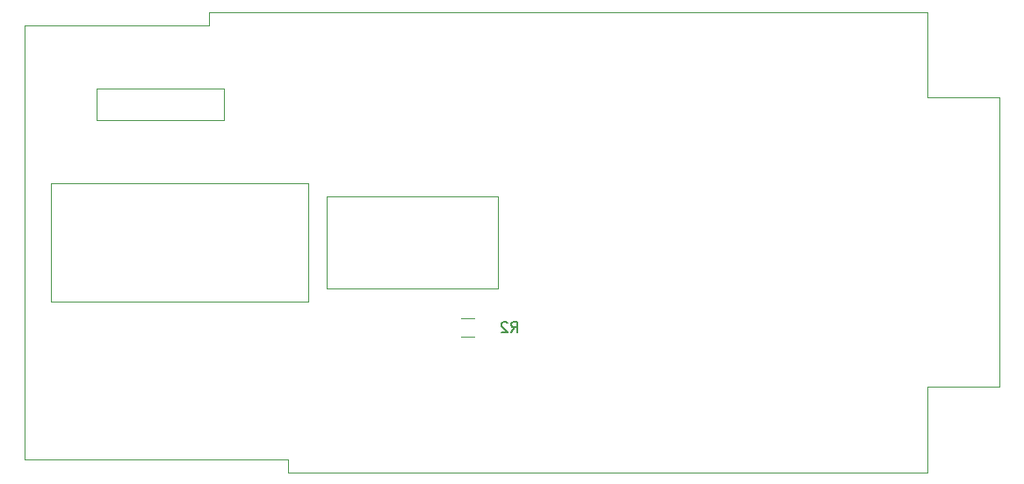
<source format=gbr>
G04 #@! TF.GenerationSoftware,KiCad,Pcbnew,6.0.0-unknown-f08d040~86~ubuntu18.04.1*
G04 #@! TF.CreationDate,2019-05-16T22:23:00+01:00*
G04 #@! TF.ProjectId,mouse8,6d6f7573-6538-42e6-9b69-6361645f7063,rev?*
G04 #@! TF.SameCoordinates,Original*
G04 #@! TF.FileFunction,Legend,Bot*
G04 #@! TF.FilePolarity,Positive*
%FSLAX46Y46*%
G04 Gerber Fmt 4.6, Leading zero omitted, Abs format (unit mm)*
G04 Created by KiCad (PCBNEW 6.0.0-unknown-f08d040~86~ubuntu18.04.1) date 2019-05-16 22:23:00*
%MOMM*%
%LPD*%
G04 APERTURE LIST*
%ADD10C,0.050000*%
%ADD11C,0.120000*%
%ADD12C,0.150000*%
G04 APERTURE END LIST*
D10*
X159308800Y-70916800D02*
X159308800Y-73914000D01*
X171653200Y-70916800D02*
X159308800Y-70916800D01*
X171653200Y-73914000D02*
X171653200Y-70916800D01*
X159308800Y-73914000D02*
X171653200Y-73914000D01*
X154940000Y-80010000D02*
X179705000Y-80010000D01*
X181483000Y-90170000D02*
X181483000Y-81280000D01*
X197993000Y-90170000D02*
X181483000Y-90170000D01*
X197993000Y-81280000D02*
X197993000Y-90170000D01*
X181483000Y-81280000D02*
X197993000Y-81280000D01*
X177800000Y-106680000D02*
X177800000Y-107950000D01*
X152400000Y-106680000D02*
X177800000Y-106680000D01*
X170180000Y-64770000D02*
X152400000Y-64770000D01*
X170180000Y-63500000D02*
X170180000Y-64770000D01*
X154940000Y-91440000D02*
X154940000Y-90805000D01*
X179705000Y-91440000D02*
X179705000Y-90805000D01*
X179705000Y-80010000D02*
X179705000Y-90805000D01*
X239395000Y-71755000D02*
X246380000Y-71755000D01*
X239395000Y-63500000D02*
X239395000Y-71755000D01*
X239395000Y-99695000D02*
X239395000Y-107950000D01*
X246380000Y-99695000D02*
X239395000Y-99695000D01*
X154940000Y-90805000D02*
X154940000Y-80010000D01*
X179705000Y-91440000D02*
X154940000Y-91440000D01*
X152400000Y-106680000D02*
X152400000Y-64770000D01*
X239395000Y-107950000D02*
X177800000Y-107950000D01*
X246380000Y-71755000D02*
X246380000Y-99695000D01*
X170180000Y-63500000D02*
X239395000Y-63500000D01*
D11*
X195710564Y-94890000D02*
X194506436Y-94890000D01*
X195710564Y-93070000D02*
X194506436Y-93070000D01*
D12*
X199302666Y-94432380D02*
X199636000Y-93956190D01*
X199874095Y-94432380D02*
X199874095Y-93432380D01*
X199493142Y-93432380D01*
X199397904Y-93480000D01*
X199350285Y-93527619D01*
X199302666Y-93622857D01*
X199302666Y-93765714D01*
X199350285Y-93860952D01*
X199397904Y-93908571D01*
X199493142Y-93956190D01*
X199874095Y-93956190D01*
X198921714Y-93527619D02*
X198874095Y-93480000D01*
X198778857Y-93432380D01*
X198540761Y-93432380D01*
X198445523Y-93480000D01*
X198397904Y-93527619D01*
X198350285Y-93622857D01*
X198350285Y-93718095D01*
X198397904Y-93860952D01*
X198969333Y-94432380D01*
X198350285Y-94432380D01*
M02*

</source>
